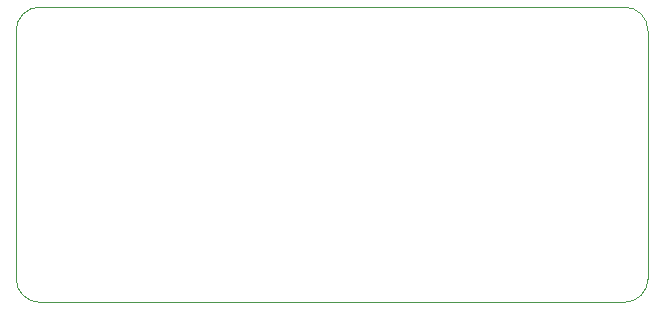
<source format=gbr>
%TF.GenerationSoftware,KiCad,Pcbnew,5.1.10-1.fc33*%
%TF.CreationDate,2021-10-10T15:03:15-05:00*%
%TF.ProjectId,serdes-rf-hdmi,73657264-6573-42d7-9266-2d68646d692e,B*%
%TF.SameCoordinates,Original*%
%TF.FileFunction,Profile,NP*%
%FSLAX46Y46*%
G04 Gerber Fmt 4.6, Leading zero omitted, Abs format (unit mm)*
G04 Created by KiCad (PCBNEW 5.1.10-1.fc33) date 2021-10-10 15:03:15*
%MOMM*%
%LPD*%
G01*
G04 APERTURE LIST*
%TA.AperFunction,Profile*%
%ADD10C,0.050000*%
%TD*%
G04 APERTURE END LIST*
D10*
X118500000Y-74500000D02*
G75*
G02*
X120500000Y-72500000I2000000J0D01*
G01*
X172000000Y-95500000D02*
G75*
G02*
X170000000Y-97500000I-2000000J0D01*
G01*
X120500000Y-97500000D02*
G75*
G02*
X118500000Y-95500000I0J2000000D01*
G01*
X170000000Y-72500000D02*
G75*
G02*
X172000000Y-74500000I0J-2000000D01*
G01*
X120500000Y-97500000D02*
X170000000Y-97500000D01*
X118500000Y-74500000D02*
X118500000Y-95500000D01*
X170000000Y-72500000D02*
X120500000Y-72500000D01*
X172000000Y-95500000D02*
X172000000Y-74500000D01*
M02*

</source>
